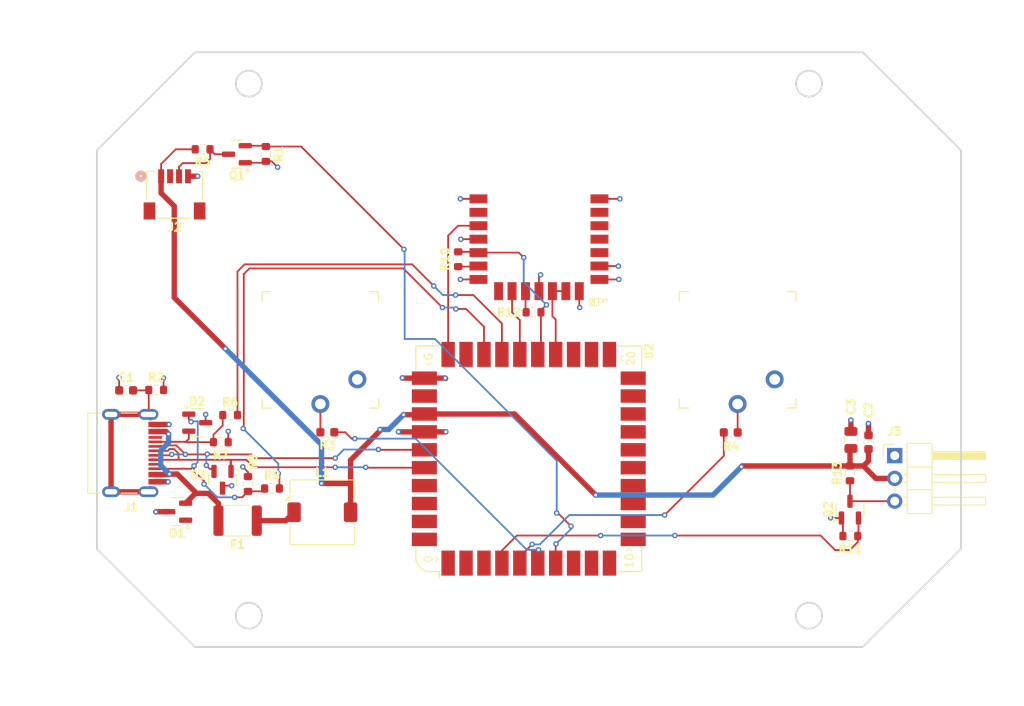
<source format=kicad_pcb>
(kicad_pcb (version 20241229) (generator "pcbnew") (generator_version "9.0")
  (layers (0 "F.Cu" signal) (4 "In1.Cu" power "GND") (6 "In2.Cu" power "PWR") (2 "B.Cu" signal) (13 "F.Paste" user) (15 "B.Paste" user) (5 "F.SilkS" user "F.Silkscreen") (7 "B.SilkS" user "B.Silkscreen") (1 "F.Mask" user) (3 "B.Mask" user) (25 "Edge.Cuts" user))
  (net 0 "")
  (net 1 "GND")
  (net 2 "Net-(J1-SHIELD)")
  (net 3 "+5V")
  (net 4 "+3V3")
  (net 6 "Net-(J1-CC1)")
  (net 7 "Net-(J1-CC2)")
  (net 8 "DN")
  (net 9 "DP")
  (net 12 "SERVO")
  (net 13 "LED DATA")
  (net 14 "CC1")
  (net 15 "CC2")
  (net 16 "LEFT SWITCH")
  (net 17 "RIGHT SWITCH")
  (net 18 "Net-(D1-K-Pad2)")
  (net 19 "Net-(F1-Pad1)")
  (net 20 "Net-(Q1-D)")
  (net 22 "Net-(J3-Pin_3)")
  (net 23 "Net-(R3-Pad2)")
  (net 24 "Net-(R4-Pad2)")
  (net 25 "Net-(U1-DO)")
  (net 26 "GPIO24")
  (net 27 "Net-(U1-nIRQ)")
  (net 28 "GPIO23")
  (net 35 "GPIO25")
  (net 36 "GPIO29")
  (footprint "Resistor_SMD:R_0603_1608Metric" (layer "F.Cu") (at 135.8582 120.8094 180)
    (property "Reference" "R11")
    (property "Value" "10k")
  )
  (footprint "Package_TO_SOT_SMD:SOT-23" (layer "F.Cu") (at 60.759 118.0896 180)
    (property "Reference" "D1")
    (property "Value" "SP0502BAHT")
  )
  (footprint "cherry-mx-low-profile:SW_MX_LowProfile_THT" (layer "F.Cu") (at 76.728 100.0198)
    (property "Reference" "SW1" (hide yes))
    (property "Value" "SW_Push" (hide yes))
  )
  (footprint "SM04B-SRSS-TB:CONN_SM04B-SRSS-TB_JST" (layer "F.Cu") (at 60.4605 82.736 180)
    (property "Reference" "J2")
    (property "Value" "SM04B-SRSS-TB")
  )
  (footprint "Resistor_SMD:R_0603_1608Metric" (layer "F.Cu") (at 65.624 110.3284 180)
    (property "Reference" "R7")
    (property "Value" "5.1k")
  )
  (footprint "Resistor_SMD:R_0603_1608Metric" (layer "F.Cu") (at 70.6536 78.1432 -90)
    (property "Reference" "R1")
    (property "Value" "10k")
  )
  (footprint "Resistor_SMD:R_0603_1608Metric" (layer "F.Cu") (at 58.4074 104.5002)
    (property "Reference" "R2")
    (property "Value" "1M")
  )
  (footprint "Resistor_SMD:R_0603_1608Metric" (layer "F.Cu") (at 100.5142 95.8226)
    (property "Reference" "R12")
    (property "Value" "10k")
  )
  (footprint "Package_TO_SOT_SMD:SOT-23" (layer "F.Cu") (at 62.9898 108.1504)
    (property "Reference" "D2")
    (property "Value" "SP0502BAHT")
  )
  (footprint "Resistor_SMD:R_0603_1608Metric" (layer "F.Cu") (at 92.105 89.9002 -90)
    (property "Reference" "R10")
    (property "Value" "470")
  )
  (footprint "Capacitor_SMD:C_0603_1608Metric" (layer "F.Cu") (at 77.508 109.22 180)
    (property "Reference" "R3")
    (property "Value" "0")
  )
  (footprint "Resistor_SMD:R_0603_1608Metric" (layer "F.Cu") (at 68.6562 114.9954 -90)
    (property "Reference" "R9")
    (property "Value" "5.1k")
  )
  (footprint "USB-C:USB_C_Purple" (layer "F.Cu") (at 55.6192 111.546 -90)
    (property "Reference" "J1")
    (property "Value" "HC-TYPE-C-16P-01A-L" (hide yes))
  )
  (footprint "Capacitor_SMD:C_0603_1608Metric" (layer "F.Cu") (at 55.0546 104.5394)
    (property "Reference" "C1")
    (property "Value" "1n")
  )
  (footprint "Capacitor_SMD:C_0603_1608Metric" (layer "F.Cu") (at 122.517 109.2408)
    (property "Reference" "R4")
    (property "Value" "0")
  )
  (footprint "Package_TO_SOT_SMD:SOT-23" (layer "F.Cu") (at 135.8176 117.8582 90)
    (property "Reference" "Q2")
    (property "Value" "onsemi NTR4503NT1G")
  )
  (footprint "Resistor_SMD:R_0603_1608Metric" (layer "F.Cu") (at 66.6592 107.3034)
    (property "Reference" "R6")
    (property "Value" "12k")
  )
  (footprint "Capacitor_SMD:C_0805_2012Metric" (layer "F.Cu") (at 135.9246 110.0794 90)
    (property "Reference" "C3")
    (property "Value" "10u")
  )
  (footprint "Connector_PinHeader_2.54mm:PinHeader_1x03_P2.54mm_Horizontal" (layer "F.Cu") (at 140.8078 111.8338)
    (property "Reference" "J3")
    (property "Value" "Conn_01x03_Pin")
  )
  (footprint "Fuse:Fuse_1812_4532Metric" (layer "F.Cu") (at 67.4974 119.0922 180)
    (property "Reference" "F1")
    (property "Value" "1812L150/24")
  )
  (footprint "Package_TO_SOT_SMD:SOT-23" (layer "F.Cu") (at 67.4138 78.1796 180)
    (property "Reference" "Q1")
    (property "Value" "onsemi NTR4503NT1G")
  )
  (footprint "Resistor_SMD:R_0603_1608Metric" (layer "F.Cu") (at 71.3328 115.4984)
    (property "Reference" "R8")
    (property "Value" "12k")
  )
  (footprint "Inductor_SMD:L_TDK_SLF7032" (layer "F.Cu") (at 76.9488 118.1498)
    (property "Reference" "L1")
    (property "Value" "6.8uH")
  )
  (footprint "raspberry-wireless-module-2:rpi_rmc20452t" (layer "F.Cu") (at 101.1178 85.7136)
    (property "Reference" "U1" (hide yes))
    (property "Value" "RP Wireless Module 2" (hide yes))
  )
  (footprint "RP2xxx_Stamp:RP2xxx_Stamp_SMD" (layer "F.Cu") (at 99.985 112.1812 90)
    (property "Reference" "U2")
    (property "Value" "RP2040_Stamp")
  )
  (footprint "Package_TO_SOT_SMD:SOT-23" (layer "F.Cu") (at 65.812 114.5264 -90)
    (property "Reference" "D3")
    (property "Value" "SP0502BAHT")
  )
  (footprint "cherry-mx-low-profile:SW_MX_LowProfile_THT" (layer "F.Cu") (at 123.2862 100.0184)
    (property "Reference" "SW2" (hide yes))
    (property "Value" "SW_Push" (hide yes))
  )
  (footprint "Resistor_SMD:R_0603_1608Metric" (layer "F.Cu") (at 63.592 77.6294 180)
    (property "Reference" "R5")
    (property "Value" "10k")
  )
  (footprint "Resistor_SMD:R_0603_1608Metric" (layer "F.Cu") (at 135.823 113.811 90)
    (property "Reference" "R13")
    (property "Value" "10k")
  )
  (footprint "Capacitor_SMD:C_0603_1608Metric" (layer "F.Cu") (at 137.885 110.3248 90)
    (property "Reference" "C2")
    (property "Value" "100n")
  )
  (gr_line (start 51.8 77.8284) (end 51.8 122.174399) (stroke (width 0.2)) (layer "Edge.Cuts"))
  (gr_circle (center 131.25 129.7) (end 129.8 129.7) (stroke (width 0.2)) (fill no) (layer "Edge.Cuts"))
  (gr_arc (start 51.858593 122.313008) (mid 51.815233 122.248108) (end 51.8 122.174399) (stroke (width 0.2)) (layer "Edge.Cuts"))
  (gr_circle (center 131.25 70.3) (end 129.8 70.3) (stroke (width 0.2)) (fill no) (layer "Edge.Cuts"))
  (gr_line (start 51.858593 122.313008) (end 62.687006 133.141421) (stroke (width 0.2)) (layer "Edge.Cuts"))
  (gr_line (start 62.8284 133.2) (end 137.174467 133.2) (stroke (width 0.2)) (layer "Edge.Cuts"))
  (gr_circle (center 68.75 129.7) (end 67.3 129.7) (stroke (width 0.2)) (fill no) (layer "Edge.Cuts"))
  (gr_line (start 148.141407 77.686992) (end 137.312994 66.858579) (stroke (width 0.2)) (layer "Edge.Cuts"))
  (gr_arc (start 148.141407 77.686992) (mid 148.184767 77.751892) (end 148.2 77.825601) (stroke (width 0.2)) (layer "Edge.Cuts"))
  (gr_arc (start 62.8284 133.2) (mid 62.751885 133.184785) (end 62.687006 133.141421) (stroke (width 0.2)) (layer "Edge.Cuts"))
  (gr_arc (start 137.1716 66.8) (mid 137.248115 66.815215) (end 137.312994 66.858579) (stroke (width 0.2)) (layer "Edge.Cuts"))
  (gr_line (start 62.686942 66.858643) (end 51.858579 77.687006) (stroke (width 0.2)) (layer "Edge.Cuts"))
  (gr_arc (start 62.686942 66.858643) (mid 62.751892 66.815233) (end 62.825671 66.8) (stroke (width 0.2)) (layer "Edge.Cuts"))
  (gr_arc (start 137.313008 133.141407) (mid 137.248108 133.184767) (end 137.174467 133.2) (stroke (width 0.2)) (layer "Edge.Cuts"))
  (gr_line (start 148.2 122.1716) (end 148.2 77.825601) (stroke (width 0.2)) (layer "Edge.Cuts"))
  (gr_line (start 137.1716 66.8) (end 62.825671 66.8) (stroke (width 0.2)) (layer "Edge.Cuts"))
  (gr_arc (start 148.2 122.1716) (mid 148.184785 122.248115) (end 148.141421 122.312994) (stroke (width 0.2)) (layer "Edge.Cuts"))
  (gr_arc (start 51.8 77.8284) (mid 51.815215 77.751885) (end 51.858579 77.687006) (stroke (width 0.2)) (layer "Edge.Cuts"))
  (gr_line (start 137.313008 133.141407) (end 148.141421 122.312994) (stroke (width 0.2)) (layer "Edge.Cuts"))
  (gr_circle (center 68.75 70.3) (end 67.3 70.3) (stroke (width 0.2)) (fill no) (layer "Edge.Cuts"))
  (segment (start 88.335 103.1812) (end 90.659 103.1812) (width 0.6) (layer "F.Cu") (net 1))
  (segment (start 54.2796 104.5394) (end 54.2796 103.1492) (width 0.2) (layer "F.Cu") (net 1))
  (segment (start 137.885 109.5498) (end 137.885 108.2686) (width 0.6) (layer "F.Cu") (net 1))
  (segment (start 90.7034 103.2256) (end 90.659 103.1812) (width 0.6) (layer "F.Cu") (net 1))
  (segment (start 66.8229 115.1845) (end 66.8274 115.189) (width 0.2) (layer "F.Cu") (net 1))
  (segment (start 92.3668 92.1636) (end 92.3544 92.1512) (width 0.2) (layer "F.Cu") (net 1))
  (segment (start 66.449 110.3284) (end 66.449 109.121) (width 0.2) (layer "F.Cu") (net 1))
  (segment (start 101.1178 91.8206) (end 101.2952 91.6432) (width 0.2) (layer "F.Cu") (net 1))
  (segment (start 137.885 108.2686) (end 137.8712 108.2548) (width 0.6) (layer "F.Cu") (net 1))
  (segment (start 59.8215 118.0896) (end 58.3896 118.0896) (width 0.6) (layer "F.Cu") (net 1))
  (segment (start 58.3896 118.0896) (end 58.3692 118.11) (width 0.6) (layer "F.Cu") (net 1))
  (segment (start 59.7296 114.746) (end 59.7408 114.7572) (width 0.6) (layer "F.Cu") (net 1))
  (segment (start 59.2324 104.5002) (end 59.2324 103.1752) (width 0.2) (layer "F.Cu") (net 1))
  (segment (start 92.3584 83.1636) (end 92.3544 83.1596) (width 0.2) (layer "F.Cu") (net 1))
  (segment (start 110.0204 92.1636) (end 110.0328 92.1512) (width 0.2) (layer "F.Cu") (net 1))
  (segment (start 58.3092 114.746) (end 59.7296 114.746) (width 0.6) (layer "F.Cu") (net 1))
  (segment (start 54.2796 103.1492) (end 54.2544 103.124) (width 0.2) (layer "F.Cu") (net 1))
  (segment (start 135.9246 109.1294) (end 135.9246 107.883) (width 0.6) (layer "F.Cu") (net 1))
  (segment (start 65.7612 115.1845) (end 66.8229 115.1845) (width 0.2) (layer "F.Cu") (net 1))
  (segment (start 94.3678 83.1636) (end 92.3584 83.1636) (width 0.2) (layer "F.Cu") (net 1))
  (segment (start 85.9092 103.1812) (end 85.8774 103.1494) (width 0.6) (layer "F.Cu") (net 1))
  (segment (start 58.3092 108.346) (end 59.832 108.346) (width 0.6) (layer "F.Cu") (net 1))
  (segment (start 135.9246 107.883) (end 135.9154 107.8738) (width 0.6) (layer "F.Cu") (net 1))
  (segment (start 59.2324 103.1752) (end 59.2328 103.1748) (width 0.2) (layer "F.Cu") (net 1))
  (segment (start 88.335 103.1812) (end 85.9092 103.1812) (width 0.6) (layer "F.Cu") (net 1))
  (segment (start 92.4224 87.6636) (end 92.4052 87.6808) (width 0.2) (layer "F.Cu") (net 1))
  (segment (start 101.1178 93.4636) (end 101.1178 91.8206) (width 0.2) (layer "F.Cu") (net 1))
  (segment (start 59.832 108.346) (end 59.8424 108.3564) (width 0.6) (layer "F.Cu") (net 1))
  (segment (start 68.6562 114.1704) (end 68.6562 113.665) (width 0.2) (layer "F.Cu") (net 1))
  (segment (start 66.449 109.121) (end 66.4464 109.1184) (width 0.2) (layer "F.Cu") (net 1))
  (segment (start 68.6562 113.665) (end 68.072 113.0808) (width 0.2) (layer "F.Cu") (net 1))
  (segment (start 63.9273 108.1504) (end 63.9273 107.2433) (width 0.2) (layer "F.Cu") (net 1))
  (segment (start 110.1304 83.1636) (end 110.1344 83.1596) (width 0.2) (layer "F.Cu") (net 1))
  (segment (start 107.8678 83.1636) (end 110.1304 83.1636) (width 0.2) (layer "F.Cu") (net 1))
  (segment (start 63.0353 80.6375) (end 63.0428 80.645) (width 0.6) (layer "F.Cu") (net 1))
  (segment (start 61.9605 80.6375) (end 63.0353 80.6375) (width 0.6) (layer "F.Cu") (net 1))
  (segment (start 107.8678 92.1636) (end 110.0204 92.1636) (width 0.2) (layer "F.Cu") (net 1))
  (segment (start 94.3678 87.6636) (end 92.4224 87.6636) (width 0.2) (layer "F.Cu") (net 1))
  (segment (start 63.9273 107.2433) (end 63.9318 107.2388) (width 0.2) (layer "F.Cu") (net 1))
  (segment (start 94.3678 92.1636) (end 92.3668 92.1636) (width 0.2) (layer "F.Cu") (net 1))
  (via (at 85.8774 103.1494) (size 0.6) (drill 0.3) (layers "F.Cu" "B.Cu") (net 1))
  (via (at 54.2544 103.124) (size 0.6) (drill 0.3) (layers "F.Cu" "B.Cu") (net 1))
  (via (at 90.659 103.1812) (size 0.6) (drill 0.3) (layers "F.Cu" "B.Cu") (net 1))
  (via (at 68.072 113.0808) (size 0.6) (drill 0.3) (layers "F.Cu" "B.Cu") (net 1))
  (via (at 66.4464 109.1184) (size 0.6) (drill 0.3) (layers "F.Cu" "B.Cu") (net 1))
  (via (at 101.2952 91.6432) (size 0.6) (drill 0.3) (layers "F.Cu" "B.Cu") (net 1))
  (via (at 59.7408 114.7572) (size 0.6) (drill 0.3) (layers "F.Cu" "B.Cu") (net 1))
  (via (at 63.9318 107.2388) (size 0.6) (drill 0.3) (layers "F.Cu" "B.Cu") (net 1))
  (via (at 63.0428 80.645) (size 0.6) (drill 0.3) (layers "F.Cu" "B.Cu") (net 1))
  (via (at 92.3544 92.1512) (size 0.6) (drill 0.3) (layers "F.Cu" "B.Cu") (net 1))
  (via (at 110.1344 83.1596) (size 0.6) (drill 0.3) (layers "F.Cu" "B.Cu") (net 1))
  (via (at 58.3692 118.11) (size 0.6) (drill 0.3) (layers "F.Cu" "B.Cu") (net 1))
  (via (at 92.4052 87.6808) (size 0.6) (drill 0.3) (layers "F.Cu" "B.Cu") (net 1))
  (via (at 66.8274 115.189) (size 0.6) (drill 0.3) (layers "F.Cu" "B.Cu") (net 1))
  (via (at 135.9154 107.8738) (size 0.6) (drill 0.3) (layers "F.Cu" "B.Cu") (net 1))
  (via (at 59.2328 103.1748) (size 0.6) (drill 0.3) (layers "F.Cu" "B.Cu") (net 1))
  (via (at 137.8712 108.2548) (size 0.6) (drill 0.3) (layers "F.Cu" "B.Cu") (net 1))
  (via (at 92.3544 83.1596) (size 0.6) (drill 0.3) (layers "F.Cu" "B.Cu") (net 1))
  (via (at 110.0328 92.1512) (size 0.6) (drill 0.3) (layers "F.Cu" "B.Cu") (net 1))
  (via (at 59.8424 108.3564) (size 0.6) (drill 0.3) (layers "F.Cu" "B.Cu") (net 1))
  (segment (start 57.5824 104.5002) (end 57.5824 107.1928) (width 0.2) (layer "F.Cu") (net 2))
  (segment (start 57.5432 104.5394) (end 57.5824 104.5002) (width 0.2) (layer "F.Cu") (net 2))
  (segment (start 53.3792 107.226) (end 57.5492 107.226) (width 0.6) (layer "F.Cu") (net 2))
  (segment (start 55.8296 104.5394) (end 57.5432 104.5394) (width 0.2) (layer "F.Cu") (net 2))
  (segment (start 53.3792 115.866) (end 53.3792 107.226) (width 0.6) (layer "F.Cu") (net 2))
  (segment (start 57.5824 107.1928) (end 57.5492 107.226) (width 0.2) (layer "F.Cu") (net 2))
  (segment (start 57.5492 115.866) (end 53.3792 115.866) (width 0.6) (layer "F.Cu") (net 2))
  (segment (start 57.3954 115.8812) (end 57.7664 115.5102) (width 0.6) (layer "B.Cu") (net 2))
  (segment (start 57.7664 107.6122) (end 57.3954 107.2412) (width 0.6) (layer "B.Cu") (net 2))
  (segment (start 60.5974 77.6294) (end 58.9605 79.2663) (width 0.2) (layer "F.Cu") (net 3))
  (segment (start 83.3882 109.0422) (end 83.3882 108.9152) (width 0.6) (layer "F.Cu") (net 3))
  (segment (start 123.7928 112.986) (end 135.823 112.986) (width 0.6) (layer "F.Cu") (net 3))
  (segment (start 135.823 112.986) (end 137.3192 112.986) (width 0.6) (layer "F.Cu") (net 3))
  (segment (start 80.0988 114.8334) (end 80.0988 112.3316) (width 0.6) (layer "F.Cu") (net 3))
  (segment (start 135.823 112.986) (end 135.823 111.131) (width 0.6) (layer "F.Cu") (net 3))
  (segment (start 58.9605 80.6375) (end 58.9605 82.5063) (width 0.6) (layer "F.Cu") (net 3))
  (segment (start 86.0044 107.2642) (end 88.252 107.2642) (width 0.6) (layer "F.Cu") (net 3))
  (segment (start 58.9605 82.5063) (end 60.4266 83.9724) (width 0.6) (layer "F.Cu") (net 3))
  (segment (start 135.823 111.131) (end 135.9246 111.0294) (width 0.6) (layer "F.Cu") (net 3))
  (segment (start 123.698 113.0808) (end 123.7928 112.986) (width 0.6) (layer "F.Cu") (net 3))
  (segment (start 137.3192 112.986) (end 138.707 114.3738) (width 0.6) (layer "F.Cu") (net 3))
  (segment (start 88.335 107.1812) (end 98.3928 107.1812) (width 0.6) (layer "F.Cu") (net 3))
  (segment (start 62.767 77.6294) (end 60.5974 77.6294) (width 0.2) (layer "F.Cu") (net 3))
  (segment (start 79.9972 114.935) (end 80.0988 114.8334) (width 0.6) (layer "F.Cu") (net 3))
  (segment (start 137.885 111.0998) (end 137.885 112.4202) (width 0.6) (layer "F.Cu") (net 3))
  (segment (start 60.4266 94.1832) (end 66.1416 99.8982) (width 0.6) (layer "F.Cu") (net 3))
  (segment (start 80.0988 118.1498) (end 80.0988 114.8334) (width 0.6) (layer "F.Cu") (net 3))
  (segment (start 98.3928 107.1812) (end 107.442 116.2304) (width 0.6) (layer "F.Cu") (net 3))
  (segment (start 138.707 114.3738) (end 140.8078 114.3738) (width 0.6) (layer "F.Cu") (net 3))
  (segment (start 58.9605 79.2663) (end 58.9605 80.6375) (width 0.2) (layer "F.Cu") (net 3))
  (segment (start 80.0988 112.3316) (end 83.3882 109.0422) (width 0.6) (layer "F.Cu") (net 3))
  (segment (start 76.8604 114.935) (end 79.9972 114.935) (width 0.6) (layer "F.Cu") (net 3))
  (segment (start 60.4266 83.9724) (end 60.4266 94.1832) (width 0.6) (layer "F.Cu") (net 3))
  (segment (start 137.885 112.4202) (end 137.3192 112.986) (width 0.6) (layer "F.Cu") (net 3))
  (segment (start 88.252 107.2642) (end 88.335 107.1812) (width 0.6) (layer "F.Cu") (net 3))
  (via (at 86.0044 107.2642) (size 0.6) (drill 0.3) (layers "F.Cu" "B.Cu") (net 3))
  (via (at 107.442 116.2304) (size 0.6) (drill 0.3) (layers "F.Cu" "B.Cu") (net 3))
  (via (at 66.1416 99.8982) (size 0.6) (drill 0.3) (layers "F.Cu" "B.Cu") (net 3))
  (via (at 83.3882 108.9152) (size 0.6) (drill 0.3) (layers "F.Cu" "B.Cu") (net 3))
  (via (at 123.698 113.0808) (size 0.6) (drill 0.3) (layers "F.Cu" "B.Cu") (net 3))
  (via (at 76.8604 114.935) (size 0.6) (drill 0.3) (layers "F.Cu" "B.Cu") (net 3))
  (segment (start 76.8604 110.617) (end 76.8604 114.935) (width 0.6) (layer "B.Cu") (net 3))
  (segment (start 120.5484 116.2304) (end 123.698 113.0808) (width 0.6) (layer "B.Cu") (net 3))
  (segment (start 107.442 116.2304) (end 120.5484 116.2304) (width 0.6) (layer "B.Cu") (net 3))
  (segment (start 84.3534 108.9152) (end 86.0044 107.2642) (width 0.6) (layer "B.Cu") (net 3))
  (segment (start 66.1416 99.8982) (end 76.8604 110.617) (width 0.6) (layer "B.Cu") (net 3))
  (segment (start 83.3882 108.9152) (end 84.3534 108.9152) (width 0.6) (layer "B.Cu") (net 3))
  (segment (start 134.8676 118.7957) (end 133.6801 118.7957) (width 0.2) (layer "F.Cu") (net 4))
  (segment (start 105.6178 95.2546) (end 105.664 95.3008) (width 0.2) (layer "F.Cu") (net 4))
  (segment (start 88.335 109.1812) (end 85.4576 109.1812) (width 0.6) (layer "F.Cu") (net 4))
  (segment (start 90.7168 109.1812) (end 90.7288 109.1692) (width 0.6) (layer "F.Cu") (net 4))
  (segment (start 85.4576 109.1812) (end 85.4456 109.1692) (width 0.6) (layer "F.Cu") (net 4))
  (segment (start 135.0332 118.9613) (end 134.8676 118.7957) (width 0.2) (layer "F.Cu") (net 4))
  (segment (start 70.6536 78.9682) (end 71.2974 78.9682) (width 0.2) (layer "F.Cu") (net 4))
  (segment (start 109.9676 90.6636) (end 109.982 90.678) (width 0.2) (layer "F.Cu") (net 4))
  (segment (start 135.0332 120.8094) (end 135.0332 118.9613) (width 0.2) (layer "F.Cu") (net 4))
  (segment (start 107.8678 90.6636) (end 109.9676 90.6636) (width 0.2) (layer "F.Cu") (net 4))
  (segment (start 105.6178 93.4636) (end 105.6178 95.2546) (width 0.2) (layer "F.Cu") (net 4))
  (segment (start 88.335 109.1812) (end 90.7168 109.1812) (width 0.6) (layer "F.Cu") (net 4))
  (segment (start 71.2974 78.9682) (end 71.9582 79.629) (width 0.2) (layer "F.Cu") (net 4))
  (segment (start 70.4922 79.1296) (end 70.6536 78.9682) (width 0.2) (layer "F.Cu") (net 4))
  (segment (start 68.3513 79.1296) (end 70.4922 79.1296) (width 0.2) (layer "F.Cu") (net 4))
  (segment (start 133.6801 118.7957) (end 133.6548 118.7704) (width 0.2) (layer "F.Cu") (net 4))
  (via (at 85.4456 109.1692) (size 0.6) (drill 0.3) (layers "F.Cu" "B.Cu") (net 4))
  (via (at 109.982 90.678) (size 0.6) (drill 0.3) (layers "F.Cu" "B.Cu") (net 4))
  (via (at 71.9582 79.629) (size 0.6) (drill 0.3) (layers "F.Cu" "B.Cu") (net 4))
  (via (at 105.664 95.3008) (size 0.6) (drill 0.3) (layers "F.Cu" "B.Cu") (net 4))
  (via (at 133.6548 118.7704) (size 0.6) (drill 0.3) (layers "F.Cu" "B.Cu") (net 4))
  (via (at 90.7288 109.1692) (size 0.6) (drill 0.3) (layers "F.Cu" "B.Cu") (net 4))
  (segment (start 61.722 110.2868) (end 61.7636 110.3284) (width 0.2) (layer "F.Cu") (net 6))
  (segment (start 64.799 110.3284) (end 64.799 109.4958) (width 0.2) (layer "F.Cu") (net 6))
  (segment (start 61.7636 110.3284) (end 64.799 110.3284) (width 0.2) (layer "F.Cu") (net 6))
  (segment (start 58.3184 110.2868) (end 61.722 110.2868) (width 0.2) (layer "F.Cu") (net 6))
  (segment (start 64.799 109.4958) (end 65.8342 108.4606) (width 0.2) (layer "F.Cu") (net 6))
  (segment (start 65.8342 108.4606) (end 65.8342 107.3034) (width 0.2) (layer "F.Cu") (net 6))
  (segment (start 62.0523 109.9565) (end 62.0523 109.1004) (width 0.2) (layer "F.Cu") (net 6))
  (segment (start 58.3092 110.296) (end 58.3184 110.2868) (width 0.2) (layer "F.Cu") (net 6))
  (segment (start 61.722 110.2868) (end 62.0523 109.9565) (width 0.2) (layer "F.Cu") (net 6))
  (segment (start 62.6364 113.5634) (end 63.754 114.681) (width 0.2) (layer "F.Cu") (net 7))
  (segment (start 67.9922 116.4844) (end 68.6562 115.8204) (width 0.2) (layer "F.Cu") (net 7))
  (segment (start 58.3092 113.296) (end 62.3196 113.296) (width 0.2) (layer "F.Cu") (net 7))
  (segment (start 63.754 114.681) (end 63.754 115.0112) (width 0.2) (layer "F.Cu") (net 7))
  (segment (start 67.1576 116.4844) (end 67.9922 116.4844) (width 0.2) (layer "F.Cu") (net 7))
  (segment (start 70.1858 115.8204) (end 70.5078 115.4984) (width 0.2) (layer "F.Cu") (net 7))
  (segment (start 62.0523 107.2004) (end 62.0523 107.7977) (width 0.2) (layer "F.Cu") (net 7))
  (segment (start 62.3196 113.296) (end 62.6364 112.9792) (width 0.2) (layer "F.Cu") (net 7))
  (segment (start 62.0523 107.7977) (end 62.3062 108.0516) (width 0.2) (layer "F.Cu") (net 7))
  (segment (start 62.6364 113.5634) (end 62.6364 112.9792) (width 0.2) (layer "F.Cu") (net 7))
  (segment (start 68.6562 115.8204) (end 70.1858 115.8204) (width 0.2) (layer "F.Cu") (net 7))
  (via (at 62.6364 112.9792) (size 0.6) (drill 0.3) (layers "F.Cu" "B.Cu") (net 7))
  (via (at 62.3062 108.0516) (size 0.6) (drill 0.3) (layers "F.Cu" "B.Cu") (net 7))
  (via (at 63.754 115.0112) (size 0.6) (drill 0.3) (layers "F.Cu" "B.Cu") (net 7))
  (via (at 67.1576 116.4844) (size 0.6) (drill 0.3) (layers "F.Cu" "B.Cu") (net 7))
  (segment (start 62.357 108.0008) (end 63.0428 108.0008) (width 0.2) (layer "B.Cu") (net 7))
  (segment (start 62.3062 108.0516) (end 62.357 108.0008) (width 0.2) (layer "B.Cu") (net 7))
  (segment (start 65.2272 116.4844) (end 67.1576 116.4844) (width 0.2) (layer "B.Cu") (net 7))
  (segment (start 63.0428 112.5728) (end 63.0428 108.0008) (width 0.2) (layer "B.Cu") (net 7))
  (segment (start 63.754 115.0112) (end 65.2272 116.4844) (width 0.2) (layer "B.Cu") (net 7))
  (segment (start 62.6364 112.9792) (end 63.0428 112.5728) (width 0.2) (layer "B.Cu") (net 7))
  (segment (start 69.024 111.696) (end 61.6712 111.696) (width 0.2) (layer "F.Cu") (net 8))
  (segment (start 69.3928 112.0648) (end 69.024 111.696) (width 0.2) (layer "F.Cu") (net 8))
  (segment (start 64.3891 113.3095) (end 64.008 112.9284) (width 0.2) (layer "F.Cu") (net 8))
  (segment (start 64.8112 113.3095) (end 64.3891 113.3095) (width 0.2) (layer "F.Cu") (net 8))
  (segment (start 78.3844 112.1156) (end 69.4436 112.1156) (width 0.2) (layer "F.Cu") (net 8))
  (segment (start 59.362868 110.796) (end 58.3092 110.796) (width 0.2) (layer "F.Cu") (net 8))
  (segment (start 83.2412 111.1812) (end 83.2104 111.1504) (width 0.2) (layer "F.Cu") (net 8))
  (segment (start 60.6692 110.694) (end 61.6712 111.696) (width 0.2) (layer "F.Cu") (net 8))
  (segment (start 69.4436 112.1156) (end 69.3928 112.0648) (width 0.2) (layer "F.Cu") (net 8))
  (segment (start 88.335 111.1812) (end 83.2412 111.1812) (width 0.2) (layer "F.Cu") (net 8))
  (segment (start 59.362868 110.796) (end 59.464868 110.694) (width 0.2) (layer "F.Cu") (net 8))
  (segment (start 59.464868 110.694) (end 60.6692 110.694) (width 0.2) (layer "F.Cu") (net 8))
  (segment (start 58.3092 111.796) (end 60.0472 111.796) (width 0.2) (layer "F.Cu") (net 8))
  (segment (start 60.0472 111.796) (end 60.1472 111.696) (width 0.2) (layer "F.Cu") (net 8))
  (via (at 60.1472 111.696) (size 0.6) (drill 0.3) (layers "F.Cu" "B.Cu") (net 8))
  (via (at 64.008 112.9284) (size 0.6) (drill 0.3) (layers "F.Cu" "B.Cu") (net 8))
  (via (at 83.2104 111.1504) (size 0.6) (drill 0.3) (layers "F.Cu" "B.Cu") (net 8))
  (via (at 78.3844 112.1156) (size 0.6) (drill 0.3) (layers "F.Cu" "B.Cu") (net 8))
  (via (at 64.1096 111.6584) (size 0.6) (drill 0.3) (layers "F.Cu" "B.Cu") (net 8))
  (via (at 61.6712 111.696) (size 0.6) (drill 0.3) (layers "F.Cu" "B.Cu") (net 8))
  (segment (start 79.3496 111.1504) (end 78.3844 112.1156) (width 0.2) (layer "B.Cu") (net 8))
  (segment (start 61.6712 111.696) (end 60.1472 111.696) (width 0.2) (layer "B.Cu") (net 8))
  (segment (start 64.008 112.9284) (end 64.008 111.76) (width 0.2) (layer "B.Cu") (net 8))
  (segment (start 64.008 111.76) (end 64.1096 111.6584) (width 0.2) (layer "B.Cu") (net 8))
  (segment (start 83.2104 111.1504) (end 79.3496 111.1504) (width 0.2) (layer "B.Cu") (net 8))
  (segment (start 66.7004 112.296) (end 68.4556 112.296) (width 0.2) (layer "F.Cu") (net 9))
  (segment (start 61.1632 112.296) (end 66.7004 112.296) (width 0.2) (layer "F.Cu") (net 9))
  (segment (start 66.762 113.5889) (end 66.762 112.3576) (width 0.2) (layer "F.Cu") (net 9))
  (segment (start 66.7112 113.3095) (end 66.7112 112.3068) (width 0.2) (layer "F.Cu") (net 9))
  (segment (start 81.8376 113.1812) (end 81.788 113.1316) (width 0.2) (layer "F.Cu") (net 9))
  (segment (start 58.3092 112.296) (end 60.9092 112.296) (width 0.2) (layer "F.Cu") (net 9))
  (segment (start 58.3092 111.296) (end 59.6968 111.296) (width 0.2) (layer "F.Cu") (net 9))
  (segment (start 78.3844 113.1316) (end 69.2912 113.1316) (width 0.2) (layer "F.Cu") (net 9))
  (segment (start 66.762 112.3576) (end 66.7112 112.3068) (width 0.2) (layer "F.Cu") (net 9))
  (segment (start 59.6968 111.296) (end 59.8978 111.095) (width 0.2) (layer "F.Cu") (net 9))
  (segment (start 66.7112 112.3068) (end 66.7004 112.296) (width 0.2) (layer "F.Cu") (net 9))
  (segment (start 60.9092 111.608057) (end 60.9092 112.296) (width 0.2) (layer "F.Cu") (net 9))
  (segment (start 59.8978 111.095) (end 60.396143 111.095) (width 0.2) (layer "F.Cu") (net 9))
  (segment (start 60.396143 111.095) (end 60.9092 111.608057) (width 0.2) (layer "F.Cu") (net 9))
  (segment (start 88.335 113.1812) (end 81.8376 113.1812) (width 0.2) (layer "F.Cu") (net 9))
  (segment (start 60.9092 112.296) (end 61.1632 112.296) (width 0.2) (layer "F.Cu") (net 9))
  (segment (start 68.4556 112.296) (end 69.2912 113.1316) (width 0.2) (layer "F.Cu") (net 9))
  (via (at 78.3844 113.1316) (size 0.6) (drill 0.3) (layers "F.Cu" "B.Cu") (net 9))
  (via (at 81.788 113.1316) (size 0.6) (drill 0.3) (layers "F.Cu" "B.Cu") (net 9))
  (segment (start 81.788 113.1316) (end 78.3844 113.1316) (width 0.2) (layer "B.Cu") (net 9))
  (segment (start 136.7676 120.725) (end 136.6832 120.8094) (width 0.2) (layer "F.Cu") (net 12))
  (segment (start 98.6536 120.7516) (end 108.0008 120.7516) (width 0.2) (layer "F.Cu") (net 12))
  (segment (start 136.7676 118.7957) (end 136.7676 120.725) (width 0.2) (layer "F.Cu") (net 12))
  (segment (start 96.985 123.8312) (end 96.985 122.4202) (width 0.2) (layer "F.Cu") (net 12))
  (segment (start 135.7884 122.3772) (end 136.6832 121.4824) (width 0.2) (layer "F.Cu") (net 12))
  (segment (start 96.985 122.4202) (end 98.6536 120.7516) (width 0.2) (layer "F.Cu") (net 12))
  (segment (start 136.6832 121.4824) (end 136.6832 120.8094) (width 0.2) (layer "F.Cu") (net 12))
  (segment (start 132.5372 120.7516) (end 134.1628 122.3772) (width 0.2) (layer "F.Cu") (net 12))
  (segment (start 134.1628 122.3772) (end 135.7884 122.3772) (width 0.2) (layer "F.Cu") (net 12))
  (segment (start 116.2812 120.7516) (end 132.5372 120.7516) (width 0.2) (layer "F.Cu") (net 12))
  (via (at 116.2812 120.7516) (size 0.6) (drill 0.3) (layers "F.Cu" "B.Cu") (net 12))
  (via (at 108.0008 120.7516) (size 0.6) (drill 0.3) (layers "F.Cu" "B.Cu") (net 12))
  (segment (start 108.0008 120.7516) (end 116.2812 120.7516) (width 0.2) (layer "B.Cu") (net 12))
  (segment (start 102.985 121.7288) (end 102.985 123.8312) (width 0.2) (layer "F.Cu") (net 13))
  (segment (start 68.3513 77.2296) (end 70.565 77.2296) (width 0.2) (layer "F.Cu") (net 13))
  (segment (start 103.0224 121.6914) (end 102.985 121.7288) (width 0.2) (layer "F.Cu") (net 13))
  (segment (start 70.6536 77.3182) (end 74.575 77.3182) (width 0.2) (layer "F.Cu") (net 13))
  (segment (start 103.2256 118.237) (end 104.6988 119.7102) (width 0.2) (layer "F.Cu") (net 13))
  (segment (start 103.0986 118.237) (end 103.2256 118.237) (width 0.2) (layer "F.Cu") (net 13))
  (segment (start 74.575 77.3182) (end 86.0552 88.7984) (width 0.2) (layer "F.Cu") (net 13))
  (segment (start 70.565 77.2296) (end 70.6536 77.3182) (width 0.2) (layer "F.Cu") (net 13))
  (via (at 103.0224 121.6914) (size 0.6) (drill 0.3) (layers "F.Cu" "B.Cu") (net 13))
  (via (at 104.6988 119.7102) (size 0.6) (drill 0.3) (layers "F.Cu" "B.Cu") (net 13))
  (via (at 86.0552 88.7984) (size 0.6) (drill 0.3) (layers "F.Cu" "B.Cu") (net 13))
  (via (at 103.0986 118.237) (size 0.6) (drill 0.3) (layers "F.Cu" "B.Cu") (net 13))
  (segment (start 86.1314 88.8746) (end 86.1314 98.806) (width 0.2) (layer "B.Cu") (net 13))
  (segment (start 86.0552 88.7984) (end 86.1314 88.8746) (width 0.2) (layer "B.Cu") (net 13))
  (segment (start 103.0986 112.395) (end 103.0986 118.237) (width 0.2) (layer "B.Cu") (net 13))
  (segment (start 86.1314 98.806) (end 89.5096 98.806) (width 0.2) (layer "B.Cu") (net 13))
  (segment (start 96.1136 105.41) (end 103.0986 112.395) (width 0.2) (layer "B.Cu") (net 13))
  (segment (start 104.6988 119.7102) (end 104.6988 120.015) (width 0.2) (layer "B.Cu") (net 13))
  (segment (start 104.6988 120.015) (end 103.0224 121.6914) (width 0.2) (layer "B.Cu") (net 13))
  (segment (start 89.5096 98.806) (end 96.1136 105.41) (width 0.2) (layer "B.Cu") (net 13))
  (segment (start 93.8022 93.9038) (end 91.821 93.9038) (width 0.2) (layer "F.Cu") (net 14))
  (segment (start 96.985 100.5312) (end 96.985 97.0866) (width 0.2) (layer "F.Cu") (net 14))
  (segment (start 67.4842 107.3034) (end 67.4842 91.2658) (width 0.2) (layer "F.Cu") (net 14))
  (segment (start 96.985 97.0866) (end 93.8022 93.9038) (width 0.2) (layer "F.Cu") (net 14))
  (segment (start 68.2752 90.4748) (end 86.9696 90.4748) (width 0.2) (layer "F.Cu") (net 14))
  (segment (start 67.4842 91.2658) (end 68.2752 90.4748) (width 0.2) (layer "F.Cu") (net 14))
  (segment (start 86.9696 90.4748) (end 89.3826 92.8878) (width 0.2) (layer "F.Cu") (net 14))
  (via (at 89.3826 92.8878) (size 0.6) (drill 0.3) (layers "F.Cu" "B.Cu") (net 14))
  (via (at 91.821 93.9038) (size 0.6) (drill 0.3) (layers "F.Cu" "B.Cu") (net 14))
  (segment (start 89.3826 92.8878) (end 90.3986 93.9038) (width 0.2) (layer "B.Cu") (net 14))
  (segment (start 90.3986 93.9038) (end 91.821 93.9038) (width 0.2) (layer "B.Cu") (net 14))
  (segment (start 68.1228 108.8136) (end 68.1852 108.7512) (width 0.2) (layer "F.Cu") (net 15))
  (segment (start 94.985 97.4488) (end 94.985 100.5312) (width 0.2) (layer "F.Cu") (net 15))
  (segment (start 85.979 90.932) (end 90.3478 95.3008) (width 0.2) (layer "F.Cu") (net 15))
  (segment (start 68.1736 91.567) (end 68.8086 90.932) (width 0.2) (layer "F.Cu") (net 15))
  (segment (start 72.1578 113.9662) (end 72.0344 113.8428) (width 0.2) (layer "F.Cu") (net 15))
  (segment (start 69.3674 90.932) (end 85.979 90.932) (width 0.2) (layer "F.Cu") (net 15))
  (segment (start 72.1578 115.4984) (end 72.1578 113.9662) (width 0.2) (layer "F.Cu") (net 15))
  (segment (start 68.8086 90.932) (end 69.3674 90.932) (width 0.2) (layer "F.Cu") (net 15))
  (segment (start 68.1852 91.5786) (end 68.1736 91.567) (width 0.2) (layer "F.Cu") (net 15))
  (segment (start 91.8464 95.4532) (end 92.9894 95.4532) (width 0.2) (layer "F.Cu") (net 15))
  (segment (start 68.1852 108.7512) (end 68.1852 91.5786) (width 0.2) (layer "F.Cu") (net 15))
  (segment (start 92.9894 95.4532) (end 94.985 97.4488) (width 0.2) (layer "F.Cu") (net 15))
  (via (at 72.0344 113.8428) (size 0.6) (drill 0.3) (layers "F.Cu" "B.Cu") (net 15))
  (via (at 68.1228 108.8136) (size 0.6) (drill 0.3) (layers "F.Cu" "B.Cu") (net 15))
  (via (at 91.8464 95.4532) (size 0.6) (drill 0.3) (layers "F.Cu" "B.Cu") (net 15))
  (via (at 90.3478 95.3008) (size 0.6) (drill 0.3) (layers "F.Cu" "B.Cu") (net 15))
  (segment (start 72.0344 112.7252) (end 68.1228 108.8136) (width 0.2) (layer "B.Cu") (net 15))
  (segment (start 91.694 95.3008) (end 91.8464 95.4532) (width 0.2) (layer "B.Cu") (net 15))
  (segment (start 72.0344 113.8428) (end 72.0344 112.7252) (width 0.2) (layer "B.Cu") (net 15))
  (segment (start 90.3478 95.3008) (end 91.694 95.3008) (width 0.2) (layer "B.Cu") (net 15))
  (segment (start 98.985 123.1126) (end 98.985 123.8312) (width 0.2) (layer "F.Cu") (net 16))
  (segment (start 115.1382 118.4656) (end 121.742 111.8618) (width 0.2) (layer "F.Cu") (net 16))
  (segment (start 100.3554 121.7422) (end 98.985 123.1126) (width 0.2) (layer "F.Cu") (net 16))
  (segment (start 121.742 111.8618) (end 121.742 109.2408) (width 0.2) (layer "F.Cu") (net 16))
  (via (at 115.1382 118.4656) (size 0.6) (drill 0.3) (layers "F.Cu" "B.Cu") (net 16))
  (via (at 100.3554 121.7422) (size 0.6) (drill 0.3) (layers "F.Cu" "B.Cu") (net 16))
  (segment (start 101.219 121.7422) (end 100.3554 121.7422) (width 0.2) (layer "B.Cu") (net 16))
  (segment (start 101.4222 121.539) (end 104.4956 118.4656) (width 0.2) (layer "B.Cu") (net 16))
  (segment (start 101.4222 121.539) (end 101.219 121.7422) (width 0.2) (layer "B.Cu") (net 16))
  (segment (start 104.4956 118.4656) (end 115.1382 118.4656) (width 0.2) (layer "B.Cu") (net 16))
  (segment (start 80.5688 109.9312) (end 80.2132 109.9312) (width 0.2) (layer "F.Cu") (net 17))
  (segment (start 79.502 109.22) (end 78.283 109.22) (width 0.2) (layer "F.Cu") (net 17))
  (segment (start 80.2132 109.9312) (end 79.502 109.22) (width 0.2) (layer "F.Cu") (net 17))
  (segment (start 101.0666 123.7496) (end 100.985 123.8312) (width 0.2) (layer "F.Cu") (net 17))
  (segment (start 101.0666 122.3422) (end 101.0666 123.7496) (width 0.2) (layer "F.Cu") (net 17))
  (via (at 101.0666 122.3422) (size 0.6) (drill 0.3) (layers "F.Cu" "B.Cu") (net 17))
  (via (at 80.5688 109.9312) (size 0.6) (drill 0.3) (layers "F.Cu" "B.Cu") (net 17))
  (segment (start 99.0092 121.5898) (end 87.3506 109.9312) (width 0.2) (layer "B.Cu") (net 17))
  (segment (start 99.0092 121.5898) (end 99.7616 122.3422) (width 0.2) (layer "B.Cu") (net 17))
  (segment (start 99.7616 122.3422) (end 101.0666 122.3422) (width 0.2) (layer "B.Cu") (net 17))
  (segment (start 87.3506 109.9312) (end 80.5688 109.9312) (width 0.2) (layer "B.Cu") (net 17))
  (segment (start 60.7733 113.896) (end 62.92285 116.04555) (width 0.6) (layer "F.Cu") (net 18))
  (segment (start 58.3092 113.946) (end 59.8432 113.946) (width 0.6) (layer "F.Cu") (net 18))
  (segment (start 61.6965 117.1396) (end 62.79055 116.04555) (width 0.6) (layer "F.Cu") (net 18))
  (segment (start 62.92285 116.04555) (end 64.22955 116.04555) (width 0.6) (layer "F.Cu") (net 18))
  (segment (start 59.5144 109.146) (end 59.7916 109.4232) (width 0.6) (layer "F.Cu") (net 18))
  (segment (start 58.3092 109.146) (end 59.5144 109.146) (width 0.6) (layer "F.Cu") (net 18))
  (segment (start 59.8932 113.896) (end 60.7733 113.896) (width 0.6) (layer "F.Cu") (net 18))
  (segment (start 64.22955 116.04555) (end 65.3599 117.1759) (width 0.6) (layer "F.Cu") (net 18))
  (segment (start 62.79055 116.04555) (end 62.92285 116.04555) (width 0.6) (layer "F.Cu") (net 18))
  (segment (start 59.8432 113.946) (end 59.8932 113.896) (width 0.6) (layer "F.Cu") (net 18))
  (segment (start 65.3599 117.1759) (end 65.3599 119.0922) (width 0.6) (layer "F.Cu") (net 18))
  (via (at 59.8932 113.896) (size 0.6) (drill 0.3) (layers "F.Cu" "B.Cu") (net 18))
  (via (at 59.7916 109.4232) (size 0.6) (drill 0.3) (layers "F.Cu" "B.Cu") (net 18))
  (segment (start 59.7916 109.4232) (end 59.7916 110.3884) (width 0.6) (layer "B.Cu") (net 18))
  (segment (start 58.928 111.252) (end 58.928 112.9308) (width 0.6) (layer "B.Cu") (net 18))
  (segment (start 58.928 112.9308) (end 59.8932 113.896) (width 0.6) (layer "B.Cu") (net 18))
  (segment (start 59.7916 110.3884) (end 58.928 111.252) (width 0.6) (layer "B.Cu") (net 18))
  (segment (start 69.6349 119.0922) (end 72.8564 119.0922) (width 0.6) (layer "F.Cu") (net 19))
  (segment (start 73.776 118.127) (end 73.7988 118.1498) (width 0.6) (layer "F.Cu") (net 19))
  (segment (start 72.8564 119.0922) (end 73.7988 118.1498) (width 0.6) (layer "F.Cu") (net 19))
  (segment (start 64.417 78.712) (end 64.417 77.6294) (width 0.2) (layer "F.Cu") (net 20))
  (segment (start 63.9572 79.1718) (end 64.417 78.712) (width 0.2) (layer "F.Cu") (net 20))
  (segment (start 64.9672 78.1796) (end 64.417 77.6294) (width 0.2) (layer "F.Cu") (net 20))
  (segment (start 66.4763 78.1796) (end 64.9672 78.1796) (width 0.2) (layer "F.Cu") (net 20))
  (segment (start 60.9605 80.6375) (end 60.9605 79.5777) (width 0.2) (layer "F.Cu") (net 20))
  (segment (start 60.9605 79.5777) (end 61.3664 79.1718) (width 0.2) (layer "F.Cu") (net 20))
  (segment (start 61.3664 79.1718) (end 63.9572 79.1718) (width 0.2) (layer "F.Cu") (net 20))
  (segment (start 135.8176 116.9207) (end 140.8009 116.9207) (width 0.2) (layer "F.Cu") (net 22))
  (segment (start 140.8009 116.9207) (end 140.8078 116.9138) (width 0.2) (layer "F.Cu") (net 22))
  (segment (start 135.823 116.9153) (end 135.8176 116.9207) (width 0.2) (layer "F.Cu") (net 22))
  (segment (start 135.823 114.636) (end 135.823 116.9153) (width 0.2) (layer "F.Cu") (net 22))
  (segment (start 76.733 106.0748) (end 76.728 106.0698) (width 0.2) (layer "F.Cu") (net 23))
  (segment (start 76.733 109.22) (end 76.733 106.0748) (width 0.2) (layer "F.Cu") (net 23))
  (segment (start 123.2862 106.0684) (end 123.2862 109.235) (width 0.2) (layer "F.Cu") (net 24))
  (segment (start 123.2862 109.235) (end 123.292 109.2408) (width 0.2) (layer "F.Cu") (net 24))
  (segment (start 94.3062 90.7252) (end 94.3678 90.6636) (width 0.2) (layer "F.Cu") (net 25))
  (segment (start 92.105 90.7252) (end 94.3062 90.7252) (width 0.2) (layer "F.Cu") (net 25))
  (segment (start 92.105 89.0752) (end 94.2794 89.0752) (width 0.2) (layer "F.Cu") (net 26))
  (segment (start 101.3392 95.6124) (end 101.9556 94.996) (width 0.2) (layer "F.Cu") (net 26))
  (segment (start 101.3392 100.177) (end 100.985 100.5312) (width 0.2) (layer "F.Cu") (net 26))
  (segment (start 98.8664 89.1636) (end 94.3678 89.1636) (width 0.2) (layer "F.Cu") (net 26))
  (segment (start 101.3392 95.8226) (end 101.3392 95.6124) (width 0.2) (layer "F.Cu") (net 26))
  (segment (start 99.4156 89.7128) (end 98.8664 89.1636) (width 0.2) (layer "F.Cu") (net 26))
  (segment (start 94.2794 89.0752) (end 94.3678 89.1636) (width 0.2) (layer "F.Cu") (net 26))
  (segment (start 101.3392 95.8226) (end 101.3392 100.177) (width 0.2) (layer "F.Cu") (net 26))
  (via (at 101.9556 94.996) (size 0.6) (drill 0.3) (layers "F.Cu" "B.Cu") (net 26))
  (via (at 99.4156 89.7128) (size 0.6) (drill 0.3) (layers "F.Cu" "B.Cu") (net 26))
  (segment (start 101.9556 94.996) (end 99.4156 92.456) (width 0.2) (layer "B.Cu") (net 26))
  (segment (start 99.4156 92.456) (end 99.4156 89.7128) (width 0.2) (layer "B.Cu") (net 26))
  (segment (start 99.6178 95.7512) (end 99.6892 95.8226) (width 0.2) (layer "F.Cu") (net 27))
  (segment (start 99.6178 93.4636) (end 99.6178 95.7512) (width 0.2) (layer "F.Cu") (net 27))
  (segment (start 102.985 96.635) (end 102.616 96.266) (width 0.2) (layer "F.Cu") (net 28))
  (segment (start 102.6178 96.2642) (end 102.6178 93.4636) (width 0.2) (layer "F.Cu") (net 28))
  (segment (start 102.985 100.5312) (end 102.985 96.635) (width 0.2) (layer "F.Cu") (net 28))
  (segment (start 104.1178 93.4636) (end 102.6178 93.4636) (width 0.2) (layer "F.Cu") (net 28))
  (segment (start 102.616 96.266) (end 102.6178 96.2642) (width 0.2) (layer "F.Cu") (net 28))
  (segment (start 98.985 100.5312) (end 98.985 96.699) (width 0.2) (layer "F.Cu") (net 35))
  (segment (start 98.985 96.699) (end 98.1178 95.8318) (width 0.2) (layer "F.Cu") (net 35))
  (segment (start 98.1178 95.8318) (end 98.1178 93.4636) (width 0.2) (layer "F.Cu") (net 35))
  (segment (start 90.985 100.5312) (end 90.985 87.2722) (width 0.2) (layer "F.Cu") (net 36))
  (segment (start 90.985 87.2722) (end 92.0936 86.1636) (width 0.2) (layer "F.Cu") (net 36))
  (segment (start 92.0936 86.1636) (end 94.3678 86.1636) (width 0.2) (layer "F.Cu") (net 36))
)
</source>
